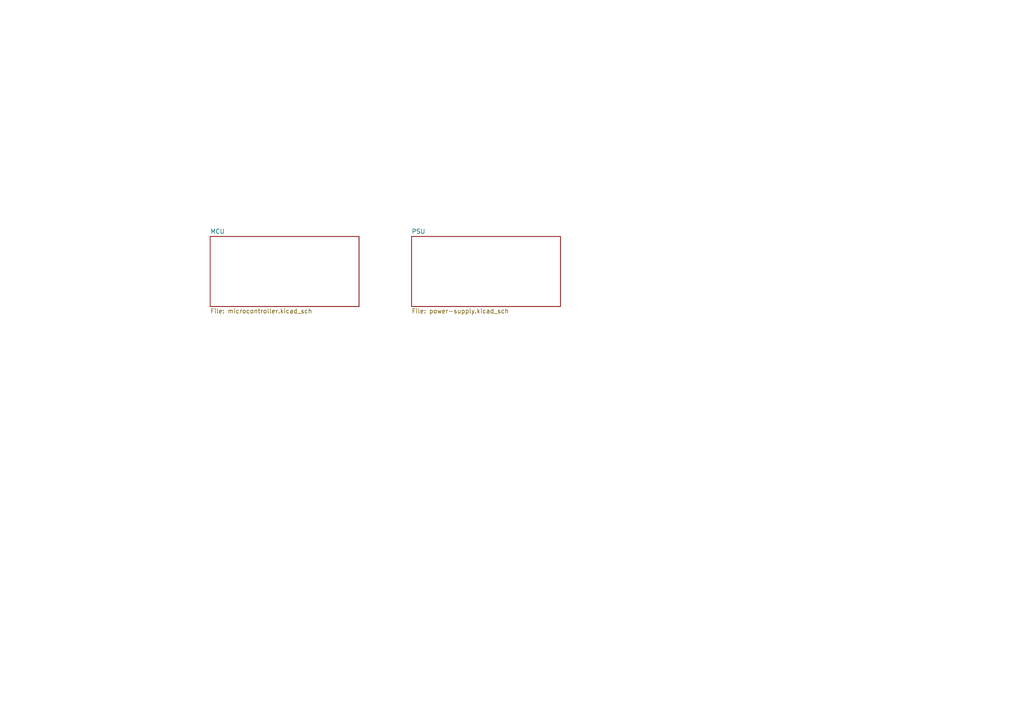
<source format=kicad_sch>
(kicad_sch
	(version 20250114)
	(generator "eeschema")
	(generator_version "9.0")
	(uuid "914a9dfd-cc72-459d-a4b5-1249c31e6215")
	(paper "A4")
	(lib_symbols)
	(sheet
		(at 60.96 68.58)
		(size 43.18 20.32)
		(exclude_from_sim no)
		(in_bom yes)
		(on_board yes)
		(dnp no)
		(fields_autoplaced yes)
		(stroke
			(width 0.1524)
			(type solid)
		)
		(fill
			(color 0 0 0 0.0000)
		)
		(uuid "465404f0-d3d7-43fb-a363-deca940ffc67")
		(property "Sheetname" "MCU"
			(at 60.96 67.8684 0)
			(effects
				(font
					(size 1.27 1.27)
				)
				(justify left bottom)
			)
		)
		(property "Sheetfile" "microcontroller.kicad_sch"
			(at 60.96 89.4846 0)
			(effects
				(font
					(size 1.27 1.27)
				)
				(justify left top)
			)
		)
		(instances
			(project "driver_board"
				(path "/914a9dfd-cc72-459d-a4b5-1249c31e6215"
					(page "2")
				)
			)
		)
	)
	(sheet
		(at 119.38 68.58)
		(size 43.18 20.32)
		(exclude_from_sim no)
		(in_bom yes)
		(on_board yes)
		(dnp no)
		(fields_autoplaced yes)
		(stroke
			(width 0.1524)
			(type solid)
		)
		(fill
			(color 0 0 0 0.0000)
		)
		(uuid "d8356156-726b-4444-b74b-74e8e554bca3")
		(property "Sheetname" "PSU"
			(at 119.38 67.8684 0)
			(effects
				(font
					(size 1.27 1.27)
				)
				(justify left bottom)
			)
		)
		(property "Sheetfile" "power-supply.kicad_sch"
			(at 119.38 89.4846 0)
			(effects
				(font
					(size 1.27 1.27)
				)
				(justify left top)
			)
		)
		(instances
			(project "driver_board"
				(path "/914a9dfd-cc72-459d-a4b5-1249c31e6215"
					(page "3")
				)
			)
		)
	)
	(sheet_instances
		(path "/"
			(page "1")
		)
	)
	(embedded_fonts no)
)

</source>
